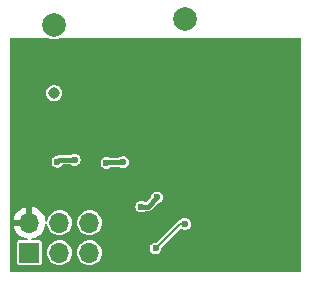
<source format=gbr>
%TF.GenerationSoftware,KiCad,Pcbnew,(6.0.1)*%
%TF.CreationDate,2022-02-08T09:51:35-07:00*%
%TF.ProjectId,NoteDetector,4e6f7465-4465-4746-9563-746f722e6b69,rev?*%
%TF.SameCoordinates,Original*%
%TF.FileFunction,Copper,L2,Bot*%
%TF.FilePolarity,Positive*%
%FSLAX46Y46*%
G04 Gerber Fmt 4.6, Leading zero omitted, Abs format (unit mm)*
G04 Created by KiCad (PCBNEW (6.0.1)) date 2022-02-08 09:51:35*
%MOMM*%
%LPD*%
G01*
G04 APERTURE LIST*
%TA.AperFunction,ComponentPad*%
%ADD10C,2.000000*%
%TD*%
%TA.AperFunction,WasherPad*%
%ADD11C,0.970000*%
%TD*%
%TA.AperFunction,ComponentPad*%
%ADD12R,1.700000X1.700000*%
%TD*%
%TA.AperFunction,ComponentPad*%
%ADD13O,1.700000X1.700000*%
%TD*%
%TA.AperFunction,ViaPad*%
%ADD14C,0.600000*%
%TD*%
%TA.AperFunction,ViaPad*%
%ADD15C,0.800000*%
%TD*%
%TA.AperFunction,Conductor*%
%ADD16C,0.200000*%
%TD*%
%TA.AperFunction,Conductor*%
%ADD17C,0.152400*%
%TD*%
%TA.AperFunction,Conductor*%
%ADD18C,0.381000*%
%TD*%
G04 APERTURE END LIST*
D10*
%TO.P,J4,1,Pin_1*%
%TO.N,/Audio_raw*%
X3900000Y-3950000D03*
%TD*%
D11*
%TO.P,U1,*%
%TO.N,*%
X3925000Y-9700000D03*
%TD*%
D10*
%TO.P,J3,1,Pin_1*%
%TO.N,/Audio_In*%
X15000000Y-3400000D03*
%TD*%
D12*
%TO.P,J1,1,Pin_1*%
%TO.N,/UPDI*%
X1825000Y-23200000D03*
D13*
%TO.P,J1,2,Pin_2*%
%TO.N,+BATT*%
X1825000Y-20660000D03*
%TO.P,J1,3,Pin_3*%
%TO.N,unconnected-(J1-Pad3)*%
X4365000Y-23200000D03*
%TO.P,J1,4,Pin_4*%
%TO.N,unconnected-(J1-Pad4)*%
X4365000Y-20660000D03*
%TO.P,J1,5,Pin_5*%
%TO.N,unconnected-(J1-Pad5)*%
X6905000Y-23200000D03*
%TO.P,J1,6,Pin_6*%
%TO.N,GND*%
X6905000Y-20660000D03*
%TD*%
D14*
%TO.N,GND*%
X11300000Y-19300000D03*
X4200000Y-15500000D03*
X9749500Y-15550000D03*
X12619803Y-18530197D03*
X8350000Y-15600000D03*
X5650000Y-15350000D03*
D15*
%TO.N,+BATT*%
X22200000Y-8500000D03*
X5700000Y-5700000D03*
X6950000Y-11500000D03*
X19700000Y-7800000D03*
D14*
X11350000Y-22600000D03*
%TO.N,/UPDI*%
X15000000Y-20775000D03*
X12500000Y-22850000D03*
%TD*%
D16*
%TO.N,/UPDI*%
X15000000Y-20775000D02*
X14575000Y-20775000D01*
X14575000Y-20775000D02*
X12500000Y-22850000D01*
D17*
%TO.N,GND*%
X8400000Y-15550000D02*
X8350000Y-15600000D01*
D18*
X9749500Y-15550000D02*
X8400000Y-15550000D01*
D17*
X4350000Y-15350000D02*
X4200000Y-15500000D01*
D18*
X12619803Y-18530197D02*
X11850000Y-19300000D01*
X11850000Y-19300000D02*
X11300000Y-19300000D01*
X5650000Y-15350000D02*
X4350000Y-15350000D01*
%TD*%
%TA.AperFunction,Conductor*%
%TO.N,+BATT*%
G36*
X3433068Y-5056091D02*
G01*
X3527436Y-5096635D01*
X3530783Y-5097392D01*
X3530785Y-5097393D01*
X3739277Y-5144570D01*
X3739279Y-5144570D01*
X3742632Y-5145329D01*
X3963098Y-5153991D01*
X4181452Y-5122331D01*
X4382808Y-5053980D01*
X4406916Y-5050000D01*
X24773000Y-5050000D01*
X24821209Y-5067547D01*
X24846861Y-5111976D01*
X24848000Y-5125000D01*
X24848000Y-24773000D01*
X24830453Y-24821209D01*
X24786024Y-24846861D01*
X24773000Y-24848000D01*
X227000Y-24848000D01*
X178791Y-24830453D01*
X153139Y-24786024D01*
X152000Y-24773000D01*
X152000Y-20920249D01*
X491724Y-20920249D01*
X491748Y-20921269D01*
X524024Y-21064484D01*
X525859Y-21070341D01*
X607559Y-21271545D01*
X610321Y-21277012D01*
X723782Y-21462164D01*
X727407Y-21467118D01*
X869589Y-21631257D01*
X873965Y-21635541D01*
X1041043Y-21774252D01*
X1046074Y-21777775D01*
X1233563Y-21887335D01*
X1239094Y-21889985D01*
X1441951Y-21967448D01*
X1447853Y-21969163D01*
X1604369Y-22001006D01*
X1648112Y-22027811D01*
X1664390Y-22076463D01*
X1645588Y-22124196D01*
X1600502Y-22148676D01*
X1589416Y-22149500D01*
X955252Y-22149500D01*
X896769Y-22161133D01*
X830448Y-22205448D01*
X786133Y-22271769D01*
X774500Y-22330252D01*
X774500Y-24069748D01*
X786133Y-24128231D01*
X830448Y-24194552D01*
X896769Y-24238867D01*
X955252Y-24250500D01*
X2694748Y-24250500D01*
X2753231Y-24238867D01*
X2819552Y-24194552D01*
X2863867Y-24128231D01*
X2875500Y-24069748D01*
X2875500Y-23185262D01*
X3309520Y-23185262D01*
X3309827Y-23188918D01*
X3309827Y-23188919D01*
X3323282Y-23349142D01*
X3326759Y-23390553D01*
X3383544Y-23588586D01*
X3385220Y-23591848D01*
X3385222Y-23591852D01*
X3476035Y-23768555D01*
X3477712Y-23771818D01*
X3479990Y-23774692D01*
X3603397Y-23930394D01*
X3603400Y-23930397D01*
X3605677Y-23933270D01*
X3762564Y-24066791D01*
X3942398Y-24167297D01*
X3945884Y-24168430D01*
X3945887Y-24168431D01*
X3997288Y-24185132D01*
X4138329Y-24230959D01*
X4212701Y-24239827D01*
X4339243Y-24254916D01*
X4339246Y-24254916D01*
X4342894Y-24255351D01*
X4548300Y-24239546D01*
X4611009Y-24222038D01*
X4743191Y-24185132D01*
X4743194Y-24185131D01*
X4746725Y-24184145D01*
X4930610Y-24091258D01*
X4933499Y-24089001D01*
X4933502Y-24088999D01*
X5090061Y-23966682D01*
X5090062Y-23966681D01*
X5092951Y-23964424D01*
X5227564Y-23808472D01*
X5329323Y-23629344D01*
X5394351Y-23433863D01*
X5420171Y-23229474D01*
X5420583Y-23200000D01*
X5419138Y-23185262D01*
X5849520Y-23185262D01*
X5849827Y-23188918D01*
X5849827Y-23188919D01*
X5863282Y-23349142D01*
X5866759Y-23390553D01*
X5923544Y-23588586D01*
X5925220Y-23591848D01*
X5925222Y-23591852D01*
X6016035Y-23768555D01*
X6017712Y-23771818D01*
X6019990Y-23774692D01*
X6143397Y-23930394D01*
X6143400Y-23930397D01*
X6145677Y-23933270D01*
X6302564Y-24066791D01*
X6482398Y-24167297D01*
X6485884Y-24168430D01*
X6485887Y-24168431D01*
X6537288Y-24185132D01*
X6678329Y-24230959D01*
X6752701Y-24239827D01*
X6879243Y-24254916D01*
X6879246Y-24254916D01*
X6882894Y-24255351D01*
X7088300Y-24239546D01*
X7151009Y-24222038D01*
X7283191Y-24185132D01*
X7283194Y-24185131D01*
X7286725Y-24184145D01*
X7470610Y-24091258D01*
X7473499Y-24089001D01*
X7473502Y-24088999D01*
X7630061Y-23966682D01*
X7630062Y-23966681D01*
X7632951Y-23964424D01*
X7767564Y-23808472D01*
X7869323Y-23629344D01*
X7934351Y-23433863D01*
X7960171Y-23229474D01*
X7960583Y-23200000D01*
X7940480Y-22994970D01*
X7894846Y-22843823D01*
X11994391Y-22843823D01*
X11995083Y-22849115D01*
X11995083Y-22849118D01*
X11995578Y-22852901D01*
X12012980Y-22985979D01*
X12070720Y-23117203D01*
X12074159Y-23121294D01*
X12074160Y-23121296D01*
X12124865Y-23181617D01*
X12162970Y-23226948D01*
X12282313Y-23306390D01*
X12287409Y-23307982D01*
X12287411Y-23307983D01*
X12392798Y-23340907D01*
X12419157Y-23349142D01*
X12562499Y-23351770D01*
X12611941Y-23338291D01*
X12695662Y-23315466D01*
X12695666Y-23315464D01*
X12700817Y-23314060D01*
X12705367Y-23311266D01*
X12705370Y-23311265D01*
X12818436Y-23241842D01*
X12818437Y-23241841D01*
X12822991Y-23239045D01*
X12856442Y-23202089D01*
X12915617Y-23136713D01*
X12915618Y-23136711D01*
X12919200Y-23132754D01*
X12981710Y-23003733D01*
X12982596Y-22998468D01*
X12982597Y-22998464D01*
X13005015Y-22865214D01*
X13005015Y-22865212D01*
X13005496Y-22862354D01*
X13005647Y-22850000D01*
X13000859Y-22816566D01*
X13011395Y-22766358D01*
X13022069Y-22752902D01*
X14595541Y-21179430D01*
X14642037Y-21157748D01*
X14690133Y-21170030D01*
X14777866Y-21228430D01*
X14782313Y-21231390D01*
X14787409Y-21232982D01*
X14787411Y-21232983D01*
X14890788Y-21265279D01*
X14919157Y-21274142D01*
X15062499Y-21276770D01*
X15111941Y-21263291D01*
X15195662Y-21240466D01*
X15195666Y-21240464D01*
X15200817Y-21239060D01*
X15205367Y-21236266D01*
X15205370Y-21236265D01*
X15318436Y-21166842D01*
X15318437Y-21166841D01*
X15322991Y-21164045D01*
X15387722Y-21092531D01*
X15415617Y-21061713D01*
X15415618Y-21061711D01*
X15419200Y-21057754D01*
X15481710Y-20928733D01*
X15482596Y-20923468D01*
X15482597Y-20923464D01*
X15505015Y-20790214D01*
X15505015Y-20790212D01*
X15505496Y-20787354D01*
X15505647Y-20775000D01*
X15485323Y-20633082D01*
X15429995Y-20511394D01*
X15428197Y-20507439D01*
X15428197Y-20507438D01*
X15425984Y-20502572D01*
X15332400Y-20393963D01*
X15212095Y-20315985D01*
X15074739Y-20274907D01*
X15069397Y-20274874D01*
X15069395Y-20274874D01*
X15005317Y-20274483D01*
X14931376Y-20274031D01*
X14926245Y-20275497D01*
X14926241Y-20275498D01*
X14798667Y-20311959D01*
X14798664Y-20311961D01*
X14793529Y-20313428D01*
X14672280Y-20389930D01*
X14668742Y-20393936D01*
X14668741Y-20393937D01*
X14619982Y-20449147D01*
X14574918Y-20473666D01*
X14563767Y-20474500D01*
X14547052Y-20474500D01*
X14543658Y-20475132D01*
X14540299Y-20475442D01*
X14536226Y-20475706D01*
X14526088Y-20476087D01*
X14514709Y-20476514D01*
X14514707Y-20476514D01*
X14507792Y-20476774D01*
X14501435Y-20479505D01*
X14501431Y-20479506D01*
X14494764Y-20482371D01*
X14478895Y-20487193D01*
X14464947Y-20489791D01*
X14459055Y-20493423D01*
X14459052Y-20493424D01*
X14440776Y-20504690D01*
X14431032Y-20509752D01*
X14404937Y-20520964D01*
X14400051Y-20524978D01*
X14393703Y-20531326D01*
X14380025Y-20542138D01*
X14375545Y-20544899D01*
X14375543Y-20544900D01*
X14369652Y-20548532D01*
X14365462Y-20554042D01*
X14365461Y-20554043D01*
X14351002Y-20573058D01*
X14344335Y-20580694D01*
X12597277Y-22327752D01*
X12550781Y-22349434D01*
X12543789Y-22349718D01*
X12431376Y-22349031D01*
X12426245Y-22350497D01*
X12426241Y-22350498D01*
X12298667Y-22386959D01*
X12298664Y-22386961D01*
X12293529Y-22388428D01*
X12289008Y-22391280D01*
X12289009Y-22391280D01*
X12181614Y-22459041D01*
X12172280Y-22464930D01*
X12077377Y-22572388D01*
X12075108Y-22577220D01*
X12075107Y-22577222D01*
X12018716Y-22697330D01*
X12016447Y-22702163D01*
X11994391Y-22843823D01*
X7894846Y-22843823D01*
X7880935Y-22797749D01*
X7871195Y-22779430D01*
X7785941Y-22619089D01*
X7785940Y-22619087D01*
X7784218Y-22615849D01*
X7654011Y-22456200D01*
X7566244Y-22383593D01*
X7498102Y-22327220D01*
X7498097Y-22327217D01*
X7495275Y-22324882D01*
X7314055Y-22226897D01*
X7117254Y-22165977D01*
X7071166Y-22161133D01*
X6916017Y-22144826D01*
X6916013Y-22144826D01*
X6912369Y-22144443D01*
X6707203Y-22163114D01*
X6577444Y-22201304D01*
X6513088Y-22220245D01*
X6513086Y-22220246D01*
X6509572Y-22221280D01*
X6506321Y-22222980D01*
X6506320Y-22222980D01*
X6330257Y-22315024D01*
X6330255Y-22315026D01*
X6327002Y-22316726D01*
X6166447Y-22445815D01*
X6164090Y-22448624D01*
X6164088Y-22448626D01*
X6147045Y-22468937D01*
X6034024Y-22603630D01*
X5934776Y-22784162D01*
X5933667Y-22787657D01*
X5933666Y-22787660D01*
X5917524Y-22838546D01*
X5872484Y-22980532D01*
X5849520Y-23185262D01*
X5419138Y-23185262D01*
X5400480Y-22994970D01*
X5340935Y-22797749D01*
X5331195Y-22779430D01*
X5245941Y-22619089D01*
X5245940Y-22619087D01*
X5244218Y-22615849D01*
X5114011Y-22456200D01*
X5026244Y-22383593D01*
X4958102Y-22327220D01*
X4958097Y-22327217D01*
X4955275Y-22324882D01*
X4774055Y-22226897D01*
X4577254Y-22165977D01*
X4531166Y-22161133D01*
X4376017Y-22144826D01*
X4376013Y-22144826D01*
X4372369Y-22144443D01*
X4167203Y-22163114D01*
X4037444Y-22201304D01*
X3973088Y-22220245D01*
X3973086Y-22220246D01*
X3969572Y-22221280D01*
X3966321Y-22222980D01*
X3966320Y-22222980D01*
X3790257Y-22315024D01*
X3790255Y-22315026D01*
X3787002Y-22316726D01*
X3626447Y-22445815D01*
X3624090Y-22448624D01*
X3624088Y-22448626D01*
X3607045Y-22468937D01*
X3494024Y-22603630D01*
X3394776Y-22784162D01*
X3393667Y-22787657D01*
X3393666Y-22787660D01*
X3377524Y-22838546D01*
X3332484Y-22980532D01*
X3309520Y-23185262D01*
X2875500Y-23185262D01*
X2875500Y-22330252D01*
X2863867Y-22271769D01*
X2819552Y-22205448D01*
X2753231Y-22161133D01*
X2694748Y-22149500D01*
X2061394Y-22149500D01*
X2013185Y-22131953D01*
X1987533Y-22087524D01*
X1996442Y-22037000D01*
X2035742Y-22004023D01*
X2051864Y-22000108D01*
X2105255Y-21993269D01*
X2111262Y-21991992D01*
X2319252Y-21929592D01*
X2324966Y-21927352D01*
X2519973Y-21831819D01*
X2525241Y-21828679D01*
X2702036Y-21702573D01*
X2706713Y-21698621D01*
X2860530Y-21545339D01*
X2864512Y-21540660D01*
X2991226Y-21364318D01*
X2994387Y-21359057D01*
X3090597Y-21164392D01*
X3092860Y-21158678D01*
X3155985Y-20950910D01*
X3157282Y-20944907D01*
X3174744Y-20812269D01*
X3198433Y-20766762D01*
X3245830Y-20747129D01*
X3294759Y-20762556D01*
X3322324Y-20805825D01*
X3323839Y-20815782D01*
X3326759Y-20850553D01*
X3383544Y-21048586D01*
X3385220Y-21051848D01*
X3385222Y-21051852D01*
X3443060Y-21164392D01*
X3477712Y-21231818D01*
X3479990Y-21234692D01*
X3603397Y-21390394D01*
X3603400Y-21390397D01*
X3605677Y-21393270D01*
X3762564Y-21526791D01*
X3942398Y-21627297D01*
X3945884Y-21628430D01*
X3945887Y-21628431D01*
X3997288Y-21645132D01*
X4138329Y-21690959D01*
X4212701Y-21699827D01*
X4339243Y-21714916D01*
X4339246Y-21714916D01*
X4342894Y-21715351D01*
X4548300Y-21699546D01*
X4611009Y-21682038D01*
X4743191Y-21645132D01*
X4743194Y-21645131D01*
X4746725Y-21644145D01*
X4930610Y-21551258D01*
X4933499Y-21549001D01*
X4933502Y-21548999D01*
X5090061Y-21426682D01*
X5090062Y-21426681D01*
X5092951Y-21424424D01*
X5227564Y-21268472D01*
X5329323Y-21089344D01*
X5394351Y-20893863D01*
X5420171Y-20689474D01*
X5420583Y-20660000D01*
X5419138Y-20645262D01*
X5849520Y-20645262D01*
X5849827Y-20648918D01*
X5849827Y-20648919D01*
X5860415Y-20775000D01*
X5866759Y-20850553D01*
X5923544Y-21048586D01*
X5925220Y-21051848D01*
X5925222Y-21051852D01*
X5983060Y-21164392D01*
X6017712Y-21231818D01*
X6019990Y-21234692D01*
X6143397Y-21390394D01*
X6143400Y-21390397D01*
X6145677Y-21393270D01*
X6302564Y-21526791D01*
X6482398Y-21627297D01*
X6485884Y-21628430D01*
X6485887Y-21628431D01*
X6537288Y-21645132D01*
X6678329Y-21690959D01*
X6752701Y-21699827D01*
X6879243Y-21714916D01*
X6879246Y-21714916D01*
X6882894Y-21715351D01*
X7088300Y-21699546D01*
X7151009Y-21682038D01*
X7283191Y-21645132D01*
X7283194Y-21645131D01*
X7286725Y-21644145D01*
X7470610Y-21551258D01*
X7473499Y-21549001D01*
X7473502Y-21548999D01*
X7630061Y-21426682D01*
X7630062Y-21426681D01*
X7632951Y-21424424D01*
X7767564Y-21268472D01*
X7869323Y-21089344D01*
X7934351Y-20893863D01*
X7960171Y-20689474D01*
X7960583Y-20660000D01*
X7940480Y-20454970D01*
X7880935Y-20257749D01*
X7862909Y-20223847D01*
X7785941Y-20079089D01*
X7785940Y-20079087D01*
X7784218Y-20075849D01*
X7654011Y-19916200D01*
X7519590Y-19804997D01*
X7498102Y-19787220D01*
X7498097Y-19787217D01*
X7495275Y-19784882D01*
X7314055Y-19686897D01*
X7117254Y-19625977D01*
X7075280Y-19621565D01*
X6916017Y-19604826D01*
X6916013Y-19604826D01*
X6912369Y-19604443D01*
X6707203Y-19623114D01*
X6606587Y-19652727D01*
X6513088Y-19680245D01*
X6513086Y-19680246D01*
X6509572Y-19681280D01*
X6506321Y-19682980D01*
X6506320Y-19682980D01*
X6330257Y-19775024D01*
X6330255Y-19775026D01*
X6327002Y-19776726D01*
X6166447Y-19905815D01*
X6034024Y-20063630D01*
X5934776Y-20244162D01*
X5933667Y-20247657D01*
X5933666Y-20247660D01*
X5912478Y-20314454D01*
X5872484Y-20440532D01*
X5849520Y-20645262D01*
X5419138Y-20645262D01*
X5400480Y-20454970D01*
X5340935Y-20257749D01*
X5322909Y-20223847D01*
X5245941Y-20079089D01*
X5245940Y-20079087D01*
X5244218Y-20075849D01*
X5114011Y-19916200D01*
X4979590Y-19804997D01*
X4958102Y-19787220D01*
X4958097Y-19787217D01*
X4955275Y-19784882D01*
X4774055Y-19686897D01*
X4577254Y-19625977D01*
X4535280Y-19621565D01*
X4376017Y-19604826D01*
X4376013Y-19604826D01*
X4372369Y-19604443D01*
X4167203Y-19623114D01*
X4066587Y-19652727D01*
X3973088Y-19680245D01*
X3973086Y-19680246D01*
X3969572Y-19681280D01*
X3966321Y-19682980D01*
X3966320Y-19682980D01*
X3790257Y-19775024D01*
X3790255Y-19775026D01*
X3787002Y-19776726D01*
X3626447Y-19905815D01*
X3494024Y-20063630D01*
X3394776Y-20244162D01*
X3393667Y-20247657D01*
X3393666Y-20247660D01*
X3372478Y-20314454D01*
X3332484Y-20440532D01*
X3324964Y-20507581D01*
X3324536Y-20511394D01*
X3301725Y-20557347D01*
X3254713Y-20577886D01*
X3205497Y-20563401D01*
X3177106Y-20520670D01*
X3175255Y-20509180D01*
X3169609Y-20440506D01*
X3168607Y-20434458D01*
X3115704Y-20223847D01*
X3113730Y-20218047D01*
X3027138Y-20018896D01*
X3024242Y-20013496D01*
X2906291Y-19831171D01*
X2902541Y-19826301D01*
X2756405Y-19665701D01*
X2751904Y-19661504D01*
X2581505Y-19526931D01*
X2576380Y-19523526D01*
X2386276Y-19418582D01*
X2380684Y-19416069D01*
X2175983Y-19343581D01*
X2170058Y-19342015D01*
X2092019Y-19328114D01*
X2081399Y-19329968D01*
X2079000Y-19332816D01*
X2079000Y-20839000D01*
X2061453Y-20887209D01*
X2017024Y-20912861D01*
X2004000Y-20914000D01*
X503335Y-20914000D01*
X493203Y-20917688D01*
X491724Y-20920249D01*
X152000Y-20920249D01*
X152000Y-20396685D01*
X488695Y-20396685D01*
X490335Y-20403316D01*
X494015Y-20406000D01*
X1557775Y-20406000D01*
X1567907Y-20402312D01*
X1571000Y-20396955D01*
X1571000Y-19338212D01*
X1567312Y-19328080D01*
X1563850Y-19326081D01*
X1512253Y-19333977D01*
X1506282Y-19335399D01*
X1299870Y-19402865D01*
X1294224Y-19405238D01*
X1101601Y-19505512D01*
X1096415Y-19508777D01*
X922757Y-19639164D01*
X918174Y-19643232D01*
X768145Y-19800229D01*
X764284Y-19804997D01*
X641911Y-19984389D01*
X638885Y-19989716D01*
X547455Y-20186685D01*
X545336Y-20192445D01*
X488695Y-20396685D01*
X152000Y-20396685D01*
X152000Y-19293823D01*
X10794391Y-19293823D01*
X10795083Y-19299115D01*
X10795083Y-19299118D01*
X10808650Y-19402865D01*
X10812980Y-19435979D01*
X10870720Y-19567203D01*
X10874159Y-19571294D01*
X10874160Y-19571296D01*
X10952957Y-19665036D01*
X10962970Y-19676948D01*
X11082313Y-19756390D01*
X11087409Y-19757982D01*
X11087411Y-19757983D01*
X11167933Y-19783139D01*
X11219157Y-19799142D01*
X11362499Y-19801770D01*
X11424443Y-19784882D01*
X11495662Y-19765466D01*
X11495666Y-19765464D01*
X11500817Y-19764060D01*
X11505367Y-19761266D01*
X11505370Y-19761265D01*
X11601752Y-19702086D01*
X11640995Y-19691000D01*
X11911928Y-19691000D01*
X11917537Y-19689177D01*
X11917540Y-19689177D01*
X11935940Y-19683198D01*
X11947385Y-19680450D01*
X11966500Y-19677423D01*
X11966502Y-19677422D01*
X11972332Y-19676499D01*
X11979482Y-19672856D01*
X11994829Y-19665036D01*
X12005703Y-19660532D01*
X12024108Y-19654552D01*
X12024112Y-19654550D01*
X12029723Y-19652727D01*
X12034495Y-19649260D01*
X12034499Y-19649258D01*
X12050158Y-19637881D01*
X12060189Y-19631734D01*
X12082689Y-19620269D01*
X12170269Y-19532689D01*
X12170270Y-19532687D01*
X12652664Y-19050293D01*
X12685970Y-19030967D01*
X12815465Y-18995663D01*
X12815469Y-18995661D01*
X12820620Y-18994257D01*
X12825170Y-18991463D01*
X12825173Y-18991462D01*
X12938239Y-18922039D01*
X12938240Y-18922038D01*
X12942794Y-18919242D01*
X13015943Y-18838428D01*
X13035420Y-18816910D01*
X13035421Y-18816908D01*
X13039003Y-18812951D01*
X13101513Y-18683930D01*
X13102399Y-18678665D01*
X13102400Y-18678661D01*
X13124818Y-18545411D01*
X13124818Y-18545409D01*
X13125299Y-18542551D01*
X13125450Y-18530197D01*
X13105126Y-18388279D01*
X13045787Y-18257769D01*
X12952203Y-18149160D01*
X12831898Y-18071182D01*
X12694542Y-18030104D01*
X12689200Y-18030071D01*
X12689198Y-18030071D01*
X12625120Y-18029680D01*
X12551179Y-18029228D01*
X12546048Y-18030694D01*
X12546044Y-18030695D01*
X12418470Y-18067156D01*
X12418467Y-18067158D01*
X12413332Y-18068625D01*
X12292083Y-18145127D01*
X12288545Y-18149133D01*
X12288544Y-18149134D01*
X12200717Y-18248580D01*
X12197180Y-18252585D01*
X12136250Y-18382360D01*
X12135429Y-18387635D01*
X12135428Y-18387637D01*
X12125552Y-18451070D01*
X12104478Y-18492565D01*
X11710010Y-18887033D01*
X11663514Y-18908715D01*
X11656977Y-18909000D01*
X11639210Y-18909000D01*
X11598417Y-18896936D01*
X11516578Y-18843891D01*
X11512095Y-18840985D01*
X11374739Y-18799907D01*
X11369397Y-18799874D01*
X11369395Y-18799874D01*
X11305317Y-18799483D01*
X11231376Y-18799031D01*
X11226245Y-18800497D01*
X11226241Y-18800498D01*
X11098667Y-18836959D01*
X11098664Y-18836961D01*
X11093529Y-18838428D01*
X11089008Y-18841280D01*
X11089009Y-18841280D01*
X10981679Y-18909000D01*
X10972280Y-18914930D01*
X10968742Y-18918936D01*
X10968741Y-18918937D01*
X10880914Y-19018383D01*
X10877377Y-19022388D01*
X10875108Y-19027220D01*
X10875107Y-19027222D01*
X10864275Y-19050293D01*
X10816447Y-19152163D01*
X10794391Y-19293823D01*
X152000Y-19293823D01*
X152000Y-15493823D01*
X3694391Y-15493823D01*
X3695083Y-15499115D01*
X3695083Y-15499118D01*
X3703352Y-15562354D01*
X3712980Y-15635979D01*
X3770720Y-15767203D01*
X3774159Y-15771294D01*
X3774160Y-15771296D01*
X3854778Y-15867203D01*
X3862970Y-15876948D01*
X3982313Y-15956390D01*
X3987409Y-15957982D01*
X3987411Y-15957983D01*
X4057594Y-15979909D01*
X4119157Y-15999142D01*
X4262499Y-16001770D01*
X4311941Y-15988291D01*
X4395662Y-15965466D01*
X4395666Y-15965464D01*
X4400817Y-15964060D01*
X4405367Y-15961266D01*
X4405370Y-15961265D01*
X4518436Y-15891842D01*
X4518437Y-15891841D01*
X4522991Y-15889045D01*
X4589591Y-15815466D01*
X4615616Y-15786714D01*
X4615617Y-15786712D01*
X4619200Y-15782754D01*
X4621529Y-15777947D01*
X4624150Y-15774061D01*
X4665654Y-15743906D01*
X4686328Y-15741000D01*
X5311400Y-15741000D01*
X5352959Y-15753567D01*
X5432313Y-15806390D01*
X5437409Y-15807982D01*
X5437411Y-15807983D01*
X5501311Y-15827946D01*
X5569157Y-15849142D01*
X5712499Y-15851770D01*
X5782249Y-15832754D01*
X5845662Y-15815466D01*
X5845666Y-15815464D01*
X5850817Y-15814060D01*
X5855367Y-15811266D01*
X5855370Y-15811265D01*
X5968436Y-15741842D01*
X5968437Y-15741841D01*
X5972991Y-15739045D01*
X6009723Y-15698464D01*
X6065617Y-15636713D01*
X6065618Y-15636711D01*
X6069200Y-15632754D01*
X6088062Y-15593823D01*
X7844391Y-15593823D01*
X7845083Y-15599115D01*
X7845083Y-15599118D01*
X7850543Y-15640873D01*
X7862980Y-15735979D01*
X7920720Y-15867203D01*
X7924159Y-15871294D01*
X7924160Y-15871296D01*
X8003318Y-15965466D01*
X8012970Y-15976948D01*
X8132313Y-16056390D01*
X8137409Y-16057982D01*
X8137411Y-16057983D01*
X8242798Y-16090907D01*
X8269157Y-16099142D01*
X8412499Y-16101770D01*
X8461941Y-16088291D01*
X8545662Y-16065466D01*
X8545666Y-16065464D01*
X8550817Y-16064060D01*
X8555367Y-16061266D01*
X8555370Y-16061265D01*
X8668436Y-15991842D01*
X8668437Y-15991841D01*
X8672991Y-15989045D01*
X8694151Y-15965668D01*
X8739509Y-15941703D01*
X8749753Y-15941000D01*
X9410900Y-15941000D01*
X9452459Y-15953567D01*
X9531813Y-16006390D01*
X9536909Y-16007982D01*
X9536911Y-16007983D01*
X9642298Y-16040907D01*
X9668657Y-16049142D01*
X9811999Y-16051770D01*
X9861441Y-16038291D01*
X9945162Y-16015466D01*
X9945166Y-16015464D01*
X9950317Y-16014060D01*
X9954867Y-16011266D01*
X9954870Y-16011265D01*
X10067936Y-15941842D01*
X10067937Y-15941841D01*
X10072491Y-15939045D01*
X10115217Y-15891842D01*
X10165117Y-15836713D01*
X10165118Y-15836711D01*
X10168700Y-15832754D01*
X10231210Y-15703733D01*
X10232096Y-15698468D01*
X10232097Y-15698464D01*
X10254515Y-15565214D01*
X10254515Y-15565212D01*
X10254996Y-15562354D01*
X10255147Y-15550000D01*
X10234823Y-15408082D01*
X10175484Y-15277572D01*
X10081900Y-15168963D01*
X10039191Y-15141280D01*
X10016328Y-15126461D01*
X9961595Y-15090985D01*
X9824239Y-15049907D01*
X9818897Y-15049874D01*
X9818895Y-15049874D01*
X9754817Y-15049483D01*
X9680876Y-15049031D01*
X9675745Y-15050497D01*
X9675741Y-15050498D01*
X9548167Y-15086959D01*
X9548164Y-15086961D01*
X9543029Y-15088428D01*
X9538508Y-15091280D01*
X9538509Y-15091280D01*
X9449516Y-15147430D01*
X9409495Y-15159000D01*
X8612069Y-15159000D01*
X8571275Y-15146935D01*
X8566580Y-15143892D01*
X8562095Y-15140985D01*
X8424739Y-15099907D01*
X8419397Y-15099874D01*
X8419395Y-15099874D01*
X8355317Y-15099483D01*
X8281376Y-15099031D01*
X8276245Y-15100497D01*
X8276241Y-15100498D01*
X8148667Y-15136959D01*
X8148664Y-15136961D01*
X8143529Y-15138428D01*
X8022280Y-15214930D01*
X8018742Y-15218936D01*
X8018741Y-15218937D01*
X7930914Y-15318383D01*
X7927377Y-15322388D01*
X7925108Y-15327220D01*
X7925107Y-15327222D01*
X7907270Y-15365214D01*
X7866447Y-15452163D01*
X7844391Y-15593823D01*
X6088062Y-15593823D01*
X6131710Y-15503733D01*
X6132596Y-15498468D01*
X6132597Y-15498464D01*
X6155015Y-15365214D01*
X6155015Y-15365212D01*
X6155496Y-15362354D01*
X6155557Y-15357440D01*
X6155612Y-15352901D01*
X6155612Y-15352895D01*
X6155647Y-15350000D01*
X6135323Y-15208082D01*
X6082217Y-15091280D01*
X6078197Y-15082439D01*
X6078197Y-15082438D01*
X6075984Y-15077572D01*
X5982400Y-14968963D01*
X5967741Y-14959461D01*
X5866578Y-14893891D01*
X5862095Y-14890985D01*
X5724739Y-14849907D01*
X5719397Y-14849874D01*
X5719395Y-14849874D01*
X5655317Y-14849483D01*
X5581376Y-14849031D01*
X5576245Y-14850497D01*
X5576241Y-14850498D01*
X5448667Y-14886959D01*
X5448664Y-14886961D01*
X5443529Y-14888428D01*
X5439008Y-14891280D01*
X5439009Y-14891280D01*
X5350016Y-14947430D01*
X5309995Y-14959000D01*
X4319226Y-14959000D01*
X4277351Y-14965632D01*
X4233499Y-14972577D01*
X4233496Y-14972578D01*
X4227668Y-14973501D01*
X4193276Y-14991025D01*
X4158770Y-14999198D01*
X4146328Y-14999122D01*
X4131376Y-14999031D01*
X4126245Y-15000497D01*
X4126241Y-15000498D01*
X3998667Y-15036959D01*
X3998664Y-15036961D01*
X3993529Y-15038428D01*
X3989008Y-15041280D01*
X3989009Y-15041280D01*
X3897479Y-15099031D01*
X3872280Y-15114930D01*
X3868742Y-15118936D01*
X3868741Y-15118937D01*
X3786482Y-15212078D01*
X3777377Y-15222388D01*
X3775108Y-15227220D01*
X3775107Y-15227222D01*
X3718716Y-15347330D01*
X3716447Y-15352163D01*
X3715626Y-15357437D01*
X3715625Y-15357440D01*
X3714860Y-15362354D01*
X3694391Y-15493823D01*
X152000Y-15493823D01*
X152000Y-9692769D01*
X3234503Y-9692769D01*
X3234999Y-9697262D01*
X3234999Y-9697265D01*
X3250619Y-9838746D01*
X3252710Y-9857684D01*
X3309729Y-10013496D01*
X3402268Y-10151210D01*
X3524986Y-10262874D01*
X3670797Y-10342043D01*
X3675167Y-10343190D01*
X3675171Y-10343191D01*
X3751041Y-10363095D01*
X3831284Y-10384146D01*
X3997181Y-10386752D01*
X4001585Y-10385743D01*
X4001588Y-10385743D01*
X4154504Y-10350720D01*
X4154503Y-10350720D01*
X4158910Y-10349711D01*
X4307136Y-10275161D01*
X4310569Y-10272229D01*
X4310572Y-10272227D01*
X4429861Y-10170345D01*
X4433301Y-10167407D01*
X4530120Y-10032668D01*
X4592006Y-9878724D01*
X4615384Y-9714461D01*
X4615535Y-9700000D01*
X4595602Y-9535284D01*
X4536955Y-9380078D01*
X4442978Y-9243341D01*
X4439601Y-9240332D01*
X4322477Y-9135978D01*
X4322474Y-9135976D01*
X4319098Y-9132968D01*
X4172466Y-9055330D01*
X4168078Y-9054228D01*
X4168076Y-9054227D01*
X4015932Y-9016011D01*
X4015929Y-9016011D01*
X4011547Y-9014910D01*
X4007031Y-9014886D01*
X4007028Y-9014886D01*
X3927965Y-9014472D01*
X3845632Y-9014041D01*
X3684299Y-9052774D01*
X3536862Y-9128872D01*
X3492377Y-9167678D01*
X3415238Y-9234970D01*
X3415235Y-9234974D01*
X3411832Y-9237942D01*
X3409233Y-9241639D01*
X3409232Y-9241641D01*
X3405417Y-9247069D01*
X3316429Y-9373687D01*
X3256159Y-9528271D01*
X3234503Y-9692769D01*
X152000Y-9692769D01*
X152000Y-5125000D01*
X169547Y-5076791D01*
X213976Y-5051139D01*
X227000Y-5050000D01*
X3403461Y-5050000D01*
X3433068Y-5056091D01*
G37*
%TD.AperFunction*%
%TD*%
M02*

</source>
